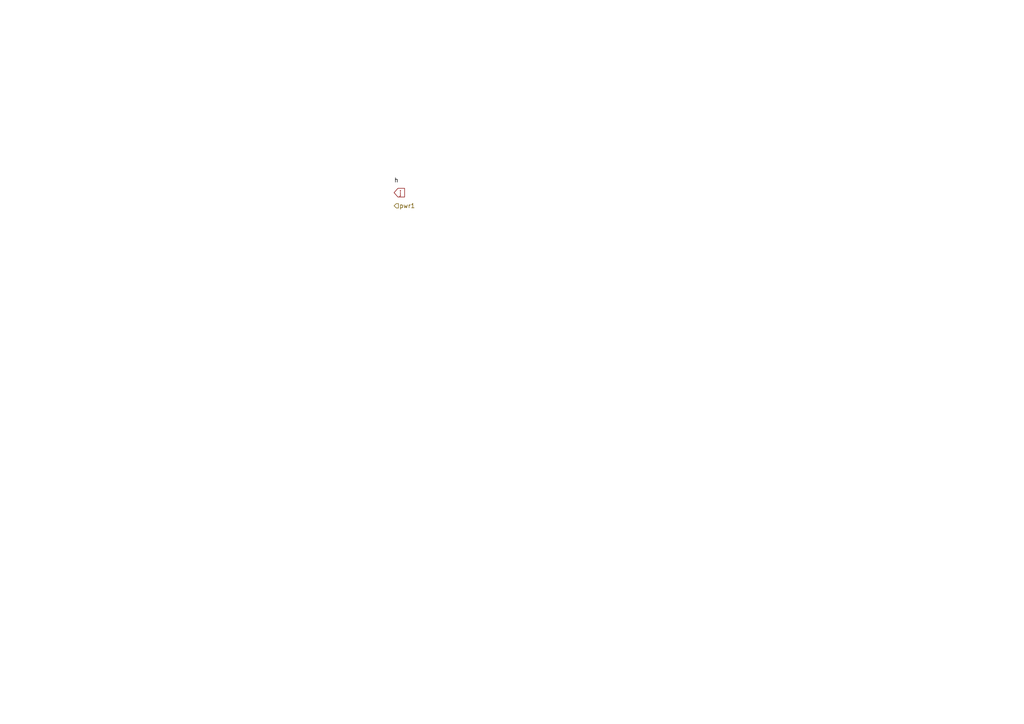
<source format=kicad_sch>
(kicad_sch (version 20230121) (generator eeschema)

  (uuid 5f383212-6684-4263-add3-701459737819)

  (paper "A4")

  (lib_symbols
  )


  (label "h" (at 114.3 53.34 0) (fields_autoplaced)
    (effects (font (size 1.27 1.27)) (justify left bottom))
    (uuid 7d276d4c-19ce-4d61-99a0-6ac6a54a5df8)
  )

  (global_label "j" (shape input) (at 114.3 55.88 0) (fields_autoplaced)
    (effects (font (size 1.27 1.27)) (justify left))
    (uuid 86fa444f-0f13-4f53-8da9-46d44970425a)
    (property "Intersheetrefs" "${INTERSHEET_REFS}" (at 117.8106 55.88 0)
      (effects (font (size 1.27 1.27)) (justify left) hide)
    )
  )

  (hierarchical_label "pwr1" (shape input) (at 114.3 59.69 0) (fields_autoplaced)
    (effects (font (size 1.27 1.27)) (justify left))
    (uuid 88247a75-b404-42b7-a51c-796fc6ce252f)
  )
)

</source>
